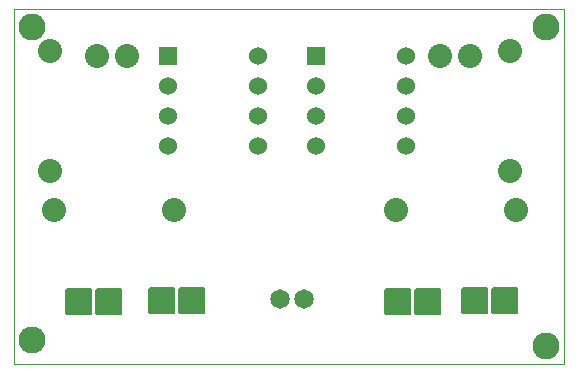
<source format=gbr>
G04 PROTEUS GERBER X2 FILE*
%TF.GenerationSoftware,Labcenter,Proteus,8.17-SP2-Build37159*%
%TF.CreationDate,2024-06-30T12:35:40+00:00*%
%TF.FileFunction,Soldermask,Top*%
%TF.FilePolarity,Negative*%
%TF.Part,Single*%
%TF.SameCoordinates,{19548e37-bc0f-4651-8564-f809119557b0}*%
%FSLAX45Y45*%
%MOMM*%
G01*
%AMPPAD011*
4,1,36,
0.762000,0.635000,
0.762000,-0.635000,
0.759420,-0.660590,
0.752020,-0.684430,
0.740310,-0.706000,
0.724800,-0.724800,
0.706000,-0.740310,
0.684430,-0.752020,
0.660590,-0.759420,
0.635000,-0.762000,
-0.635000,-0.762000,
-0.660590,-0.759420,
-0.684430,-0.752020,
-0.706000,-0.740310,
-0.724800,-0.724800,
-0.740310,-0.706000,
-0.752020,-0.684430,
-0.759420,-0.660590,
-0.762000,-0.635000,
-0.762000,0.635000,
-0.759420,0.660590,
-0.752020,0.684430,
-0.740310,0.706000,
-0.724800,0.724800,
-0.706000,0.740310,
-0.684430,0.752020,
-0.660590,0.759420,
-0.635000,0.762000,
0.635000,0.762000,
0.660590,0.759420,
0.684430,0.752020,
0.706000,0.740310,
0.724800,0.724800,
0.740310,0.706000,
0.752020,0.684430,
0.759420,0.660590,
0.762000,0.635000,
0*%
%TA.AperFunction,Material*%
%ADD71PPAD011*%
%ADD20C,1.524000*%
%TA.AperFunction,Material*%
%ADD21C,2.032000*%
%AMPPAD014*
4,1,36,
-1.016000,1.143000,
1.016000,1.143000,
1.041590,1.140420,
1.065430,1.133020,
1.087000,1.121310,
1.105800,1.105800,
1.121310,1.087000,
1.133020,1.065430,
1.140420,1.041590,
1.143000,1.016000,
1.143000,-1.016000,
1.140420,-1.041590,
1.133020,-1.065430,
1.121310,-1.087000,
1.105800,-1.105800,
1.087000,-1.121310,
1.065430,-1.133020,
1.041590,-1.140420,
1.016000,-1.143000,
-1.016000,-1.143000,
-1.041590,-1.140420,
-1.065430,-1.133020,
-1.087000,-1.121310,
-1.105800,-1.105800,
-1.121310,-1.087000,
-1.133020,-1.065430,
-1.140420,-1.041590,
-1.143000,-1.016000,
-1.143000,1.016000,
-1.140420,1.041590,
-1.133020,1.065430,
-1.121310,1.087000,
-1.105800,1.105800,
-1.087000,1.121310,
-1.065430,1.133020,
-1.041590,1.140420,
-1.016000,1.143000,
0*%
%ADD22PPAD014*%
%ADD23C,1.651000*%
%TA.AperFunction,Material*%
%ADD24C,2.286000*%
%TA.AperFunction,Profile*%
%ADD17C,0.101600*%
%TD.AperFunction*%
D71*
X-13550000Y+12150000D03*
D20*
X-13550000Y+11896000D03*
X-13550000Y+11642000D03*
X-13550000Y+11388000D03*
X-12788000Y+11388000D03*
X-12788000Y+11642000D03*
X-12788000Y+11896000D03*
X-12788000Y+12150000D03*
D71*
X-12300000Y+12150000D03*
D20*
X-12300000Y+11896000D03*
X-12300000Y+11642000D03*
X-12300000Y+11388000D03*
X-11538000Y+11388000D03*
X-11538000Y+11642000D03*
X-11538000Y+11896000D03*
X-11538000Y+12150000D03*
D21*
X-14550000Y+11177180D03*
X-14550000Y+12193180D03*
X-14150000Y+12150000D03*
X-13896000Y+12150000D03*
X-10650000Y+12193180D03*
X-10650000Y+11177180D03*
X-11250000Y+12150000D03*
X-10996000Y+12150000D03*
X-10600000Y+10850000D03*
X-11616000Y+10850000D03*
D22*
X-14300000Y+10068250D03*
X-14046000Y+10068250D03*
X-13350000Y+10081750D03*
X-13604000Y+10081750D03*
X-11600000Y+10068250D03*
X-11346000Y+10068250D03*
X-10700000Y+10081750D03*
X-10954000Y+10081750D03*
D21*
X-13500000Y+10850000D03*
X-14516000Y+10850000D03*
D23*
X-12400000Y+10100000D03*
X-12600000Y+10100000D03*
D24*
X-14700000Y+9750000D03*
X-14700000Y+12400000D03*
X-10350000Y+12400000D03*
X-10350000Y+9700000D03*
D17*
X-14850000Y+9550000D02*
X-10200000Y+9550000D01*
X-10200000Y+12550000D01*
X-14850000Y+12550000D01*
X-14850000Y+9550000D01*
M02*

</source>
